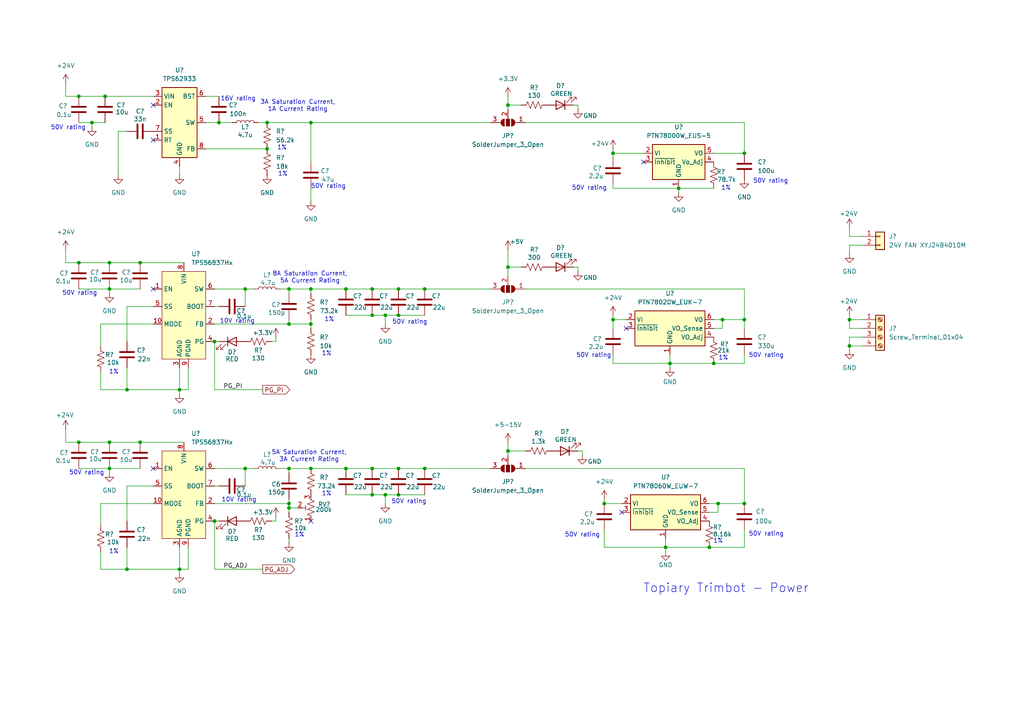
<source format=kicad_sch>
(kicad_sch (version 20250114) (generator "eeschema") (generator_version "9.0")
  (paper "A4")
  (lib_symbols
    (symbol "Connector:Screw_Terminal_01x04" (pin_names (offset 1.016) (hide yes))
      (property "Reference" "J" (at 0 5.08 0))
      (property "Value" "Screw_Terminal_01x04" (at 0 -7.62 0))
      (symbol "Screw_Terminal_01x04_1_1"
        (rectangle (start -1.27 3.81) (end 1.27 -6.35) (stroke (width 0.254)) (fill (type background)))
        (polyline (pts (xy -0.5334 2.8702) (xy 0.3302 2.032)) (stroke (width 0.1524)))
        (polyline (pts (xy -0.5334 0.3302) (xy 0.3302 -0.508)) (stroke (width 0.1524)))
        (polyline (pts (xy -0.5334 -2.2098) (xy 0.3302 -3.048)) (stroke (width 0.1524)))
        (polyline (pts (xy -0.5334 -4.7498) (xy 0.3302 -5.588)) (stroke (width 0.1524)))
        (polyline (pts (xy -0.3556 3.048) (xy 0.508 2.2098)) (stroke (width 0.1524)))
        (polyline (pts (xy -0.3556 0.508) (xy 0.508 -0.3302)) (stroke (width 0.1524)))
        (polyline (pts (xy -0.3556 -2.032) (xy 0.508 -2.8702)) (stroke (width 0.1524)))
        (polyline (pts (xy -0.3556 -4.572) (xy 0.508 -5.4102)) (stroke (width 0.1524)))
        (circle (center 0 2.54) (radius 0.635) (stroke (width 0.1524)))
        (circle (center 0 0) (radius 0.635) (stroke (width 0.1524)))
        (circle (center 0 -2.54) (radius 0.635) (stroke (width 0.1524)))
        (circle (center 0 -5.08) (radius 0.635) (stroke (width 0.1524)))
        (pin passive line (at -5.08 2.54 0) (length 3.81) (name "Pin_1") (number "1"))
        (pin passive line (at -5.08 0 0) (length 3.81) (name "Pin_2") (number "2"))
        (pin passive line (at -5.08 -2.54 0) (length 3.81) (name "Pin_3") (number "3"))
        (pin passive line (at -5.08 -5.08 0) (length 3.81) (name "Pin_4") (number "4"))
      )
    )
    (symbol "Connector_Generic:Conn_01x02" (pin_names (offset 1.016) (hide yes))
      (property "Reference" "J" (at 0 2.54 0))
      (property "Value" "Conn_01x02" (at 0 -5.08 0))
      (symbol "Conn_01x02_1_1"
        (rectangle (start -1.27 1.27) (end 1.27 -3.81) (stroke (width 0.254)) (fill (type background)))
        (rectangle (start -1.27 0.127) (end 0 -0.127) (stroke (width 0.1524)))
        (rectangle (start -1.27 -2.413) (end 0 -2.667) (stroke (width 0.1524)))
        (pin passive line (at -5.08 0 0) (length 3.81) (name "Pin_1") (number "1"))
        (pin passive line (at -5.08 -2.54 0) (length 3.81) (name "Pin_2") (number "2"))
      )
    )
    (symbol "Converter_DCDC:PTN78000W_EUS-5"
      (property "Reference" "U" (at -6.35 6.35 0))
      (property "Value" "PTN78000W_EUS-5" (at 3.81 6.35 0))
      (symbol "PTN78000W_EUS-5_0_1"
        (rectangle (start -7.62 5.08) (end 7.62 -5.08) (stroke (width 0.254)) (fill (type background)))
      )
      (symbol "PTN78000W_EUS-5_1_1"
        (pin power_in line (at -10.16 2.54 0) (length 2.54) (name "VI") (number "2"))
        (pin input line (at -10.16 0 0) (length 2.54) (name "~{Inhibit}") (number "3"))
        (pin power_in line (at 0 -7.62 90) (length 2.54) (name "GND") (number "1"))
        (pin power_out line (at 10.16 2.54 180) (length 2.54) (name "VO") (number "5"))
        (pin output line (at 10.16 0 180) (length 2.54) (name "Vo_Adj") (number "4"))
      )
    )
    (symbol "Converter_DCDC:PTN78020W_EUK-7"
      (property "Reference" "U" (at -6.35 6.35 0))
      (property "Value" "PTN78020W_EUK-7" (at 3.81 6.35 0))
      (symbol "PTN78020W_EUK-7_0_1"
        (rectangle (start -10.16 5.08) (end 10.16 -5.08) (stroke (width 0.254)) (fill (type background)))
      )
      (symbol "PTN78020W_EUK-7_1_1"
        (pin power_in line (at -12.7 2.54 0) (length 2.54) (name "VI") (number "2"))
        (pin input line (at -12.7 0 0) (length 2.54) (name "~{Inhibit}") (number "3"))
        (pin power_in line (at 0 -7.62 90) (length 2.54) (name "GND") (number "1"))
        (pin passive line (at 0 -7.62 90) (length 2.54) (hide yes) (name "GND") (number "7"))
        (pin power_out line (at 12.7 2.54 180) (length 2.54) (name "VO") (number "6"))
        (pin power_out line (at 12.7 0 180) (length 2.54) (name "VO_Sense") (number "5"))
        (pin input line (at 12.7 -2.54 180) (length 2.54) (name "VO_Adj") (number "4"))
      )
    )
    (symbol "Converter_DCDC:PTN78060W_EUW-7"
      (property "Reference" "U" (at -6.35 6.35 0))
      (property "Value" "PTN78060W_EUW-7" (at 3.81 6.35 0))
      (symbol "PTN78060W_EUW-7_0_1"
        (rectangle (start -10.16 5.08) (end 10.16 -5.08) (stroke (width 0.254)) (fill (type background)))
      )
      (symbol "PTN78060W_EUW-7_1_1"
        (pin power_in line (at -12.7 2.54 0) (length 2.54) (name "VI") (number "2"))
        (pin input line (at -12.7 0 0) (length 2.54) (name "~{Inhibit}") (number "3"))
        (pin power_in line (at 0 -7.62 90) (length 2.54) (name "GND") (number "1"))
        (pin passive line (at 0 -7.62 90) (length 2.54) (hide yes) (name "GND") (number "7"))
        (pin power_out line (at 12.7 2.54 180) (length 2.54) (name "VO") (number "6"))
        (pin power_out line (at 12.7 0 180) (length 2.54) (name "VO_Sense") (number "5"))
        (pin input line (at 12.7 -2.54 180) (length 2.54) (name "VO_Adj") (number "4"))
      )
    )
    (symbol "CustomSymbols:+5-15V" (power) (in_bom no) (on_board no)
      (property "Value" "+5-15V" (at -0.254 3.556 0))
      (symbol "+5-15V_0_1"
        (polyline (pts (xy -0.7597 1.2728) (xy 0.0023 2.5428)))
        (polyline (pts (xy -0.0028 2.5372) (xy 0.7592 1.2672)))
      )
      (symbol "+5-15V_1_1"
        (pin power_in line (at 0 0 90) (length 2.54) (name "~") (number ""))
      )
    )
    (symbol "CustomSymbols:TPS56837Hx"
      (property "Reference" "U" (at 0 -14.732 0))
      (property "Value" "TPS56837Hx" (at 0 -14.986 0))
      (symbol "TPS56837Hx_1_1"
        (rectangle (start -6.35 25.4) (end 6.35 0) (fill (type background)))
        (pin input line (at -8.89 20.32 0) (length 2.54) (name "EN") (number "1"))
        (pin output line (at -8.89 15.24 0) (length 2.54) (name "SS") (number "5"))
        (pin input line (at -8.89 10.16 0) (length 2.54) (name "MODE") (number "10"))
        (pin power_in line (at -1.27 -2.54 90) (length 2.54) (name "AGND") (number "3"))
        (pin power_in line (at 0 27.94 270) (length 2.54) (name "VIN") (number "8"))
        (pin power_in line (at 1.27 -2.54 90) (length 2.54) (name "PGND") (number "9"))
        (pin output line (at 8.89 20.32 180) (length 2.54) (name "SW") (number "6"))
        (pin input line (at 8.89 15.24 180) (length 2.54) (name "BOOT") (number "7"))
        (pin input line (at 8.89 10.16 180) (length 2.54) (name "FB") (number "2"))
        (pin output line (at 8.89 5.08 180) (length 2.54) (name "PG") (number "4"))
      )
    )
    (symbol "Device:C" (pin_numbers (hide yes)) (pin_names (offset 0.254))
      (property "Reference" "C" (at 0.635 2.54 0))
      (property "Value" "C" (at 0.635 -2.54 0))
      (symbol "C_0_1"
        (polyline (pts (xy -2.032 0.762) (xy 2.032 0.762)) (stroke (width 0.508)))
        (polyline (pts (xy -2.032 -0.762) (xy 2.032 -0.762)) (stroke (width 0.508)))
      )
      (symbol "C_1_1"
        (pin passive line (at 0 3.81 270) (length 2.794) (name "~") (number "1"))
        (pin passive line (at 0 -3.81 90) (length 2.794) (name "~") (number "2"))
      )
    )
    (symbol "Device:L" (pin_numbers (hide yes)) (pin_names (offset 1.016) (hide yes))
      (property "Reference" "L" (at -1.27 0 90))
      (property "Value" "L" (at 1.905 0 90))
      (symbol "L_0_1"
        (arc (start 0 2.54) (mid 0.6323 1.905) (end 0 1.27))
        (arc (start 0 1.27) (mid 0.6323 0.635) (end 0 0))
        (arc (start 0 0) (mid 0.6323 -0.635) (end 0 -1.27))
        (arc (start 0 -1.27) (mid 0.6323 -1.905) (end 0 -2.54))
      )
      (symbol "L_1_1"
        (pin passive line (at 0 3.81 270) (length 1.27) (name "1") (number "1"))
        (pin passive line (at 0 -3.81 90) (length 1.27) (name "2") (number "2"))
      )
    )
    (symbol "Device:LED" (pin_numbers (hide yes)) (pin_names (offset 1.016) (hide yes))
      (property "Reference" "D" (at 0 2.54 0))
      (property "Value" "LED" (at 0 -2.54 0))
      (symbol "LED_0_1"
        (polyline (pts (xy -3.048 -0.762) (xy -4.572 -2.286) (xy -3.81 -2.286) (xy -4.572 -2.286) (xy -4.572 -1.524)))
        (polyline (pts (xy -1.778 -0.762) (xy -3.302 -2.286) (xy -2.54 -2.286) (xy -3.302 -2.286) (xy -3.302 -1.524)))
        (polyline (pts (xy -1.27 0) (xy 1.27 0)))
        (polyline (pts (xy -1.27 -1.27) (xy -1.27 1.27)) (stroke (width 0.254)))
        (polyline (pts (xy 1.27 -1.27) (xy 1.27 1.27) (xy -1.27 0) (xy 1.27 -1.27)) (stroke (width 0.254)))
      )
      (symbol "LED_1_1"
        (pin passive line (at -3.81 0 0) (length 2.54) (name "K") (number "1"))
        (pin passive line (at 3.81 0 180) (length 2.54) (name "A") (number "2"))
      )
    )
    (symbol "Device:R_Potentiometer_Trim_US" (pin_names (offset 1.016) (hide yes))
      (property "Reference" "RV" (at -4.445 0 90))
      (property "Value" "R_Potentiometer_Trim_US" (at -2.54 0 90))
      (symbol "R_Potentiometer_Trim_US_0_1"
        (polyline (pts (xy 0 2.286) (xy 0 2.54)))
        (polyline (pts (xy 0 2.286) (xy 1.016 1.905) (xy 0 1.524) (xy -1.016 1.143) (xy 0 0.762)))
        (polyline (pts (xy 0 0.762) (xy 1.016 0.381) (xy 0 0) (xy -1.016 -0.381) (xy 0 -0.762)))
        (polyline (pts (xy 0 -0.762) (xy 1.016 -1.143) (xy 0 -1.524) (xy -1.016 -1.905) (xy 0 -2.286)))
        (polyline (pts (xy 0 -2.286) (xy 0 -2.54)))
        (polyline (pts (xy 1.524 0.762) (xy 1.524 -0.762)))
        (polyline (pts (xy 2.54 0) (xy 1.524 0)))
      )
      (symbol "R_Potentiometer_Trim_US_1_1"
        (pin passive line (at 0 3.81 270) (length 1.27) (name "1") (number "1"))
        (pin passive line (at 0 -3.81 90) (length 1.27) (name "3") (number "3"))
        (pin passive line (at 3.81 0 180) (length 1.27) (name "2") (number "2"))
      )
    )
    (symbol "Device:R_US" (pin_numbers (hide yes)) (pin_names (offset 0))
      (property "Reference" "R" (at 2.54 0 90))
      (property "Value" "R_US" (at -2.54 0 90))
      (symbol "R_US_0_1"
        (polyline (pts (xy 0 2.286) (xy 0 2.54)))
        (polyline (pts (xy 0 2.286) (xy 1.016 1.905) (xy 0 1.524) (xy -1.016 1.143) (xy 0 0.762)))
        (polyline (pts (xy 0 0.762) (xy 1.016 0.381) (xy 0 0) (xy -1.016 -0.381) (xy 0 -0.762)))
        (polyline (pts (xy 0 -0.762) (xy 1.016 -1.143) (xy 0 -1.524) (xy -1.016 -1.905) (xy 0 -2.286)))
        (polyline (pts (xy 0 -2.286) (xy 0 -2.54)))
      )
      (symbol "R_US_1_1"
        (pin passive line (at 0 3.81 270) (length 1.27) (name "~") (number "1"))
        (pin passive line (at 0 -3.81 90) (length 1.27) (name "~") (number "2"))
      )
    )
    (symbol "Jumper:SolderJumper_3_Open" (pin_names (offset 0) (hide yes)) (in_bom no)
      (property "Reference" "JP" (at -2.54 -2.54 0))
      (property "Value" "SolderJumper_3_Open" (at 0 2.794 0))
      (symbol "SolderJumper_3_Open_0_1"
        (polyline (pts (xy -2.54 0) (xy -2.032 0)))
        (polyline (pts (xy -1.016 1.016) (xy -1.016 -1.016)))
        (arc (start -1.016 -1.016) (mid -2.0276 0) (end -1.016 1.016))
        (arc (start -1.016 -1.016) (mid -2.0276 0) (end -1.016 1.016) (fill (type outline)))
        (rectangle (start -0.508 1.016) (end 0.508 -1.016) (fill (type outline)))
        (polyline (pts (xy 0 -1.27) (xy 0 -1.016)))
        (arc (start 1.016 1.016) (mid 2.0276 0) (end 1.016 -1.016))
        (arc (start 1.016 1.016) (mid 2.0276 0) (end 1.016 -1.016) (fill (type outline)))
        (polyline (pts (xy 1.016 1.016) (xy 1.016 -1.016)))
        (polyline (pts (xy 2.54 0) (xy 2.032 0)))
      )
      (symbol "SolderJumper_3_Open_1_1"
        (pin passive line (at -5.08 0 0) (length 2.54) (name "A") (number "1"))
        (pin passive line (at 0 -3.81 90) (length 2.54) (name "C") (number "2"))
        (pin passive line (at 5.08 0 180) (length 2.54) (name "B") (number "3"))
      )
    )
    (symbol "Regulator_Switching:TPS62933"
      (property "Reference" "U" (at 0 13.97 0))
      (property "Value" "TPS62933" (at 0 11.43 0))
      (symbol "TPS62933_0_1"
        (rectangle (start -5.08 10.16) (end 5.08 -10.16) (stroke (width 0.254)) (fill (type background)))
      )
      (symbol "TPS62933_1_1"
        (pin power_in line (at -7.62 7.62 0) (length 2.54) (name "VIN") (number "3"))
        (pin input line (at -7.62 5.08 0) (length 2.54) (name "EN") (number "2"))
        (pin passive line (at -7.62 -2.54 0) (length 2.54) (name "SS") (number "7"))
        (pin passive line (at -7.62 -5.08 0) (length 2.54) (name "RT") (number "1"))
        (pin power_in line (at 0 -12.7 90) (length 2.54) (name "GND") (number "4"))
        (pin passive line (at 7.62 7.62 180) (length 2.54) (name "BST") (number "6"))
        (pin output line (at 7.62 0 180) (length 2.54) (name "SW") (number "5"))
        (pin input line (at 7.62 -7.62 180) (length 2.54) (name "FB") (number "8"))
      )
    )
    (symbol "power:+24V" (power) (pin_numbers (hide yes)) (pin_names (offset 0) (hide yes))
      (property "Value" "+24V" (at 0 3.556 0))
      (symbol "+24V_0_1"
        (polyline (pts (xy -0.762 1.27) (xy 0 2.54)))
        (polyline (pts (xy 0 2.54) (xy 0.762 1.27)))
        (polyline (pts (xy 0 0) (xy 0 2.54)))
      )
      (symbol "+24V_1_1"
        (pin power_in line (at 0 0 90) (length 0) (name "~") (number "1"))
      )
    )
    (symbol "power:+3.3V" (power) (pin_numbers (hide yes)) (pin_names (offset 0) (hide yes))
      (property "Value" "+3.3V" (at 0 3.556 0))
      (symbol "+3.3V_0_1"
        (polyline (pts (xy -0.762 1.27) (xy 0 2.54)))
        (polyline (pts (xy 0 2.54) (xy 0.762 1.27)))
        (polyline (pts (xy 0 0) (xy 0 2.54)))
      )
      (symbol "+3.3V_1_1"
        (pin power_in line (at 0 0 90) (length 0) (name "~") (number "1"))
      )
    )
    (symbol "power:+5V" (power) (pin_numbers (hide yes)) (pin_names (offset 0) (hide yes))
      (property "Value" "+5V" (at 0 3.556 0))
      (symbol "+5V_0_1"
        (polyline (pts (xy -0.762 1.27) (xy 0 2.54)))
        (polyline (pts (xy 0 2.54) (xy 0.762 1.27)))
        (polyline (pts (xy 0 0) (xy 0 2.54)))
      )
      (symbol "+5V_1_1"
        (pin power_in line (at 0 0 90) (length 0) (name "~") (number "1"))
      )
    )
    (symbol "power:GND" (power) (pin_numbers (hide yes)) (pin_names (offset 0) (hide yes))
      (property "Value" "GND" (at 0 -3.81 0))
      (symbol "GND_0_1"
        (polyline (pts (xy 0 0) (xy 0 -1.27) (xy 1.27 -1.27) (xy 0 -2.54) (xy -1.27 -1.27) (xy 0 -1.27)))
      )
      (symbol "GND_1_1"
        (pin power_in line (at 0 0 270) (length 0) (name "~") (number "1"))
      )
    )
  )
  (text "1%" (at 33.02 160.02 0) (effects (font (size 1.27 1.27))))
  (text "3A Saturation Current,\n1A Current Rating" (at 86.36 30.734 0) (effects (font (size 1.27 1.27))))
  (text "50V rating" (at 118.618 145.542 0) (effects (font (size 1.27 1.27))))
  (text "1%" (at 82.042 50.546 0) (effects (font (size 1.27 1.27))))
  (text "50V rating" (at 25.146 137.16 0) (effects (font (size 1.27 1.27))))
  (text "50V rating" (at 222.25 154.94 0) (effects (font (size 1.27 1.27))))
  (text "50V rating" (at 95.25 54.102 0) (effects (font (size 1.27 1.27))))
  (text "10V rating" (at 69.342 145.034 0) (effects (font (size 1.27 1.27))))
  (text "10V rating" (at 68.834 93.218 0) (effects (font (size 1.27 1.27))))
  (text "50V rating" (at 223.52 52.578 0) (effects (font (size 1.27 1.27))))
  (text "16V rating" (at 69.088 28.702 0) (effects (font (size 1.27 1.27))))
  (text "50V rating" (at 23.114 85.09 0) (effects (font (size 1.27 1.27))))
  (text "50V rating" (at 222.25 103.124 0) (effects (font (size 1.27 1.27))))
  (text "1%" (at 210.566 54.61 0) (effects (font (size 1.27 1.27))))
  (text "Topiary Trimbot - Power\n" (at 210.566 170.688 0) (effects (font (size 2.54 2.54))))
  (text "8A Saturation Current,\n5A Current Rating" (at 89.916 80.518 0) (effects (font (size 1.27 1.27))))
  (text "1%" (at 95.504 92.71 0) (effects (font (size 1.27 1.27))))
  (text "50V rating" (at 118.872 93.472 0) (effects (font (size 1.27 1.27))))
  (text "1%" (at 209.804 103.886 0) (effects (font (size 1.27 1.27))))
  (text "5A Saturation Current,\n3A Current Rating" (at 89.662 132.334 0) (effects (font (size 1.27 1.27))))
  (text "1%" (at 208.28 156.972 0) (effects (font (size 1.27 1.27))))
  (text "50V rating" (at 19.812 37.084 0) (effects (font (size 1.27 1.27))))
  (text "1%" (at 94.742 143.256 0) (effects (font (size 1.27 1.27))))
  (text "1%" (at 94.742 102.616 0) (effects (font (size 1.27 1.27))))
  (text "1%" (at 33.02 107.95 0) (effects (font (size 1.27 1.27))))
  (text "50V rating" (at 172.212 103.124 0) (effects (font (size 1.27 1.27))))
  (text "50V rating" (at 170.942 54.61 0) (effects (font (size 1.27 1.27))))
  (text "1%" (at 86.868 155.194 0) (effects (font (size 1.27 1.27))))
  (text "50V rating" (at 168.91 155.194 0) (effects (font (size 1.27 1.27))))
  (text "1%" (at 81.788 42.926 0) (effects (font (size 1.27 1.27))))
  (junction (at 205.74 158.75))
  (junction (at 77.47 43.18))
  (junction (at 62.23 99.06))
  (junction (at 36.83 113.03))
  (junction (at 207.01 105.41))
  (junction (at 215.9 146.05))
  (junction (at 62.23 151.13))
  (junction (at 31.75 128.27))
  (junction (at 123.19 135.89))
  (junction (at 31.75 135.89))
  (junction (at 71.12 83.82))
  (junction (at 175.26 146.05))
  (junction (at 111.76 91.44))
  (junction (at 115.57 135.89))
  (junction (at 115.57 83.82))
  (junction (at 107.95 135.89))
  (junction (at 107.95 83.82))
  (junction (at 177.8 92.71))
  (junction (at 90.17 83.82))
  (junction (at 209.55 92.71))
  (junction (at 246.38 100.33))
  (junction (at 107.95 91.44))
  (junction (at 100.33 83.82))
  (junction (at 193.04 158.75))
  (junction (at 22.86 27.94))
  (junction (at 22.86 128.27))
  (junction (at 71.12 135.89))
  (junction (at 177.8 44.45))
  (junction (at 115.57 143.51))
  (junction (at 26.67 35.56))
  (junction (at 90.17 93.98))
  (junction (at 83.82 135.89))
  (junction (at 147.32 130.81))
  (junction (at 52.07 165.1))
  (junction (at 40.64 128.27))
  (junction (at 40.64 76.2))
  (junction (at 208.28 146.05))
  (junction (at 215.9 92.71))
  (junction (at 31.75 76.2))
  (junction (at 63.5 35.56))
  (junction (at 36.83 165.1))
  (junction (at 83.82 93.98))
  (junction (at 115.57 91.44))
  (junction (at 215.9 44.45))
  (junction (at 147.32 30.48))
  (junction (at 123.19 83.82))
  (junction (at 111.76 143.51))
  (junction (at 196.85 54.61))
  (junction (at 246.38 92.71))
  (junction (at 194.31 105.41))
  (junction (at 90.17 35.56))
  (junction (at 30.48 27.94))
  (junction (at 107.95 143.51))
  (junction (at 83.82 147.32))
  (junction (at 90.17 135.89))
  (junction (at 147.32 77.47))
  (junction (at 31.75 83.82))
  (junction (at 83.82 83.82))
  (junction (at 77.47 35.56))
  (junction (at 83.82 146.05))
  (junction (at 22.86 76.2))
  (junction (at 52.07 113.03))
  (junction (at 100.33 135.89))
  (no_connect (at 181.61 95.25))
  (no_connect (at 90.17 151.13))
  (no_connect (at 44.45 30.48))
  (no_connect (at 186.69 46.99))
  (no_connect (at 44.45 40.64))
  (no_connect (at 44.45 135.89))
  (no_connect (at 180.34 148.59))
  (no_connect (at 44.45 83.82))
  (wire (pts (xy 100.33 83.82) (xy 107.95 83.82)))
  (wire (pts (xy 193.04 160.02) (xy 193.04 158.75)))
  (wire (pts (xy 34.29 38.1) (xy 34.29 50.8)))
  (wire (pts (xy 19.05 76.2) (xy 22.86 76.2)))
  (wire (pts (xy 193.04 158.75) (xy 193.04 156.21)))
  (wire (pts (xy 246.38 100.33) (xy 246.38 101.6)))
  (wire (pts (xy 167.64 130.81) (xy 168.91 130.81)))
  (wire (pts (xy 177.8 91.44) (xy 177.8 92.71)))
  (wire (pts (xy 215.9 92.71) (xy 215.9 95.25)))
  (wire (pts (xy 81.28 135.89) (xy 83.82 135.89)))
  (wire (pts (xy 147.32 77.47) (xy 151.13 77.47)))
  (wire (pts (xy 29.21 146.05) (xy 29.21 152.4)))
  (wire (pts (xy 193.04 158.75) (xy 205.74 158.75)))
  (wire (pts (xy 36.83 106.68) (xy 36.83 113.03)))
  (wire (pts (xy 177.8 102.87) (xy 177.8 105.41)))
  (wire (pts (xy 147.32 128.27) (xy 147.32 130.81)))
  (wire (pts (xy 166.37 77.47) (xy 167.64 77.47)))
  (wire (pts (xy 77.47 35.56) (xy 90.17 35.56)))
  (wire (pts (xy 246.38 71.12) (xy 246.38 73.66)))
  (wire (pts (xy 22.86 27.94) (xy 30.48 27.94)))
  (wire (pts (xy 209.55 92.71) (xy 215.9 92.71)))
  (wire (pts (xy 31.75 128.27) (xy 40.64 128.27)))
  (wire (pts (xy 52.07 165.1) (xy 52.07 166.37)))
  (wire (pts (xy 30.48 27.94) (xy 44.45 27.94)))
  (wire (pts (xy 26.67 35.56) (xy 30.48 35.56)))
  (wire (pts (xy 90.17 58.42) (xy 90.17 54.61)))
  (wire (pts (xy 177.8 44.45) (xy 186.69 44.45)))
  (wire (pts (xy 59.69 43.18) (xy 77.47 43.18)))
  (wire (pts (xy 111.76 143.51) (xy 115.57 143.51)))
  (wire (pts (xy 31.75 83.82) (xy 31.75 85.09)))
  (wire (pts (xy 86.36 147.32) (xy 83.82 147.32)))
  (wire (pts (xy 215.9 135.89) (xy 215.9 146.05)))
  (wire (pts (xy 71.12 135.89) (xy 73.66 135.89)))
  (wire (pts (xy 19.05 24.13) (xy 19.05 27.94)))
  (wire (pts (xy 40.64 76.2) (xy 53.34 76.2)))
  (wire (pts (xy 147.32 72.39) (xy 147.32 77.47)))
  (wire (pts (xy 152.4 135.89) (xy 215.9 135.89)))
  (wire (pts (xy 246.38 71.12) (xy 250.19 71.12)))
  (wire (pts (xy 83.82 147.32) (xy 83.82 146.05)))
  (wire (pts (xy 83.82 83.82) (xy 90.17 83.82)))
  (wire (pts (xy 175.26 153.67) (xy 175.26 158.75)))
  (wire (pts (xy 111.76 93.98) (xy 111.76 91.44)))
  (wire (pts (xy 152.4 83.82) (xy 215.9 83.82)))
  (wire (pts (xy 62.23 83.82) (xy 71.12 83.82)))
  (wire (pts (xy 52.07 106.68) (xy 52.07 113.03)))
  (wire (pts (xy 123.19 83.82) (xy 142.24 83.82)))
  (wire (pts (xy 62.23 99.06) (xy 63.5 99.06)))
  (wire (pts (xy 175.26 146.05) (xy 180.34 146.05)))
  (wire (pts (xy 194.31 106.68) (xy 194.31 105.41)))
  (wire (pts (xy 36.83 151.13) (xy 36.83 140.97)))
  (wire (pts (xy 168.91 130.81) (xy 168.91 132.08)))
  (wire (pts (xy 19.05 72.39) (xy 19.05 76.2)))
  (wire (pts (xy 54.61 158.75) (xy 54.61 165.1)))
  (wire (pts (xy 147.32 30.48) (xy 147.32 31.75)))
  (wire (pts (xy 215.9 105.41) (xy 207.01 105.41)))
  (wire (pts (xy 246.38 68.58) (xy 250.19 68.58)))
  (wire (pts (xy 36.83 165.1) (xy 52.07 165.1)))
  (wire (pts (xy 31.75 135.89) (xy 31.75 137.16)))
  (wire (pts (xy 62.23 146.05) (xy 83.82 146.05)))
  (wire (pts (xy 83.82 92.71) (xy 83.82 93.98)))
  (wire (pts (xy 207.01 44.45) (xy 215.9 44.45)))
  (wire (pts (xy 177.8 105.41) (xy 194.31 105.41)))
  (wire (pts (xy 246.38 97.79) (xy 250.19 97.79)))
  (wire (pts (xy 63.5 35.56) (xy 67.31 35.56)))
  (wire (pts (xy 62.23 165.1) (xy 62.23 151.13)))
  (wire (pts (xy 22.86 76.2) (xy 31.75 76.2)))
  (wire (pts (xy 90.17 95.25) (xy 90.17 93.98)))
  (wire (pts (xy 107.95 91.44) (xy 111.76 91.44)))
  (wire (pts (xy 107.95 83.82) (xy 115.57 83.82)))
  (wire (pts (xy 80.01 149.86) (xy 80.01 151.13)))
  (wire (pts (xy 166.37 30.48) (xy 167.64 30.48)))
  (wire (pts (xy 80.01 97.79) (xy 80.01 99.06)))
  (wire (pts (xy 90.17 83.82) (xy 100.33 83.82)))
  (wire (pts (xy 177.8 92.71) (xy 181.61 92.71)))
  (wire (pts (xy 71.12 83.82) (xy 71.12 88.9)))
  (wire (pts (xy 115.57 135.89) (xy 123.19 135.89)))
  (wire (pts (xy 246.38 92.71) (xy 246.38 95.25)))
  (wire (pts (xy 36.83 140.97) (xy 44.45 140.97)))
  (wire (pts (xy 196.85 54.61) (xy 207.01 54.61)))
  (wire (pts (xy 205.74 148.59) (xy 208.28 148.59)))
  (wire (pts (xy 167.64 30.48) (xy 167.64 31.75)))
  (wire (pts (xy 209.55 95.25) (xy 209.55 92.71)))
  (wire (pts (xy 167.64 77.47) (xy 167.64 78.74)))
  (wire (pts (xy 83.82 148.59) (xy 83.82 147.32)))
  (wire (pts (xy 36.83 38.1) (xy 34.29 38.1)))
  (wire (pts (xy 36.83 88.9) (xy 44.45 88.9)))
  (wire (pts (xy 152.4 35.56) (xy 215.9 35.56)))
  (wire (pts (xy 80.01 99.06) (xy 78.74 99.06)))
  (wire (pts (xy 175.26 158.75) (xy 193.04 158.75)))
  (wire (pts (xy 111.76 91.44) (xy 115.57 91.44)))
  (wire (pts (xy 115.57 83.82) (xy 123.19 83.82)))
  (wire (pts (xy 40.64 128.27) (xy 53.34 128.27)))
  (wire (pts (xy 107.95 143.51) (xy 111.76 143.51)))
  (wire (pts (xy 90.17 135.89) (xy 100.33 135.89)))
  (wire (pts (xy 90.17 92.71) (xy 90.17 93.98)))
  (wire (pts (xy 59.69 35.56) (xy 63.5 35.56)))
  (wire (pts (xy 62.23 113.03) (xy 62.23 99.06)))
  (wire (pts (xy 205.74 146.05) (xy 208.28 146.05)))
  (wire (pts (xy 36.83 158.75) (xy 36.83 165.1)))
  (wire (pts (xy 194.31 105.41) (xy 207.01 105.41)))
  (wire (pts (xy 83.82 93.98) (xy 90.17 93.98)))
  (wire (pts (xy 22.86 83.82) (xy 31.75 83.82)))
  (wire (pts (xy 215.9 35.56) (xy 215.9 44.45)))
  (wire (pts (xy 62.23 113.03) (xy 76.2 113.03)))
  (wire (pts (xy 107.95 135.89) (xy 115.57 135.89)))
  (wire (pts (xy 123.19 135.89) (xy 142.24 135.89)))
  (wire (pts (xy 59.69 27.94) (xy 63.5 27.94)))
  (wire (pts (xy 22.86 128.27) (xy 31.75 128.27)))
  (wire (pts (xy 246.38 95.25) (xy 250.19 95.25)))
  (wire (pts (xy 62.23 93.98) (xy 83.82 93.98)))
  (wire (pts (xy 74.93 35.56) (xy 77.47 35.56)))
  (wire (pts (xy 31.75 135.89) (xy 40.64 135.89)))
  (wire (pts (xy 83.82 135.89) (xy 90.17 135.89)))
  (wire (pts (xy 215.9 102.87) (xy 215.9 105.41)))
  (wire (pts (xy 36.83 113.03) (xy 52.07 113.03)))
  (wire (pts (xy 246.38 92.71) (xy 250.19 92.71)))
  (wire (pts (xy 115.57 91.44) (xy 123.19 91.44)))
  (wire (pts (xy 29.21 93.98) (xy 29.21 100.33)))
  (wire (pts (xy 100.33 91.44) (xy 107.95 91.44)))
  (wire (pts (xy 147.32 27.94) (xy 147.32 30.48)))
  (wire (pts (xy 31.75 76.2) (xy 40.64 76.2)))
  (wire (pts (xy 100.33 135.89) (xy 107.95 135.89)))
  (wire (pts (xy 19.05 124.46) (xy 19.05 128.27)))
  (wire (pts (xy 215.9 153.67) (xy 215.9 158.75)))
  (wire (pts (xy 147.32 130.81) (xy 147.32 132.08)))
  (wire (pts (xy 19.05 27.94) (xy 22.86 27.94)))
  (wire (pts (xy 36.83 99.06) (xy 36.83 88.9)))
  (wire (pts (xy 175.26 144.78) (xy 175.26 146.05)))
  (wire (pts (xy 29.21 165.1) (xy 36.83 165.1)))
  (wire (pts (xy 115.57 143.51) (xy 123.19 143.51)))
  (wire (pts (xy 71.12 83.82) (xy 73.66 83.82)))
  (wire (pts (xy 22.86 35.56) (xy 26.67 35.56)))
  (wire (pts (xy 52.07 113.03) (xy 54.61 113.03)))
  (wire (pts (xy 215.9 158.75) (xy 205.74 158.75)))
  (wire (pts (xy 246.38 100.33) (xy 250.19 100.33)))
  (wire (pts (xy 29.21 113.03) (xy 36.83 113.03)))
  (wire (pts (xy 19.05 128.27) (xy 22.86 128.27)))
  (wire (pts (xy 29.21 160.02) (xy 29.21 165.1)))
  (wire (pts (xy 246.38 97.79) (xy 246.38 100.33)))
  (wire (pts (xy 208.28 148.59) (xy 208.28 146.05)))
  (wire (pts (xy 22.86 135.89) (xy 31.75 135.89)))
  (wire (pts (xy 62.23 88.9) (xy 63.5 88.9)))
  (wire (pts (xy 194.31 105.41) (xy 194.31 102.87)))
  (wire (pts (xy 90.17 35.56) (xy 142.24 35.56)))
  (wire (pts (xy 31.75 83.82) (xy 40.64 83.82)))
  (wire (pts (xy 62.23 140.97) (xy 63.5 140.97)))
  (wire (pts (xy 52.07 158.75) (xy 52.07 165.1)))
  (wire (pts (xy 29.21 146.05) (xy 44.45 146.05)))
  (wire (pts (xy 151.13 30.48) (xy 147.32 30.48)))
  (wire (pts (xy 90.17 35.56) (xy 90.17 46.99)))
  (wire (pts (xy 62.23 165.1) (xy 76.2 165.1)))
  (wire (pts (xy 177.8 44.45) (xy 177.8 43.18)))
  (wire (pts (xy 152.4 130.81) (xy 147.32 130.81)))
  (wire (pts (xy 177.8 45.72) (xy 177.8 44.45)))
  (wire (pts (xy 26.67 35.56) (xy 26.67 36.83)))
  (wire (pts (xy 177.8 95.25) (xy 177.8 92.71)))
  (wire (pts (xy 29.21 107.95) (xy 29.21 113.03)))
  (wire (pts (xy 62.23 135.89) (xy 71.12 135.89)))
  (wire (pts (xy 208.28 146.05) (xy 215.9 146.05)))
  (wire (pts (xy 52.07 165.1) (xy 54.61 165.1)))
  (wire (pts (xy 81.28 83.82) (xy 83.82 83.82)))
  (wire (pts (xy 246.38 91.44) (xy 246.38 92.71)))
  (wire (pts (xy 246.38 68.58) (xy 246.38 66.04)))
  (wire (pts (xy 54.61 106.68) (xy 54.61 113.03)))
  (wire (pts (xy 52.07 113.03) (xy 52.07 114.3)))
  (wire (pts (xy 83.82 135.89) (xy 83.82 137.16)))
  (wire (pts (xy 196.85 55.88) (xy 196.85 54.61)))
  (wire (pts (xy 62.23 151.13) (xy 63.5 151.13)))
  (wire (pts (xy 177.8 54.61) (xy 177.8 53.34)))
  (wire (pts (xy 207.01 92.71) (xy 209.55 92.71)))
  (wire (pts (xy 177.8 54.61) (xy 196.85 54.61)))
  (wire (pts (xy 90.17 85.09) (xy 90.17 83.82)))
  (wire (pts (xy 83.82 157.48) (xy 83.82 156.21)))
  (wire (pts (xy 100.33 143.51) (xy 107.95 143.51)))
  (wire (pts (xy 71.12 135.89) (xy 71.12 140.97)))
  (wire (pts (xy 52.07 48.26) (xy 52.07 50.8)))
  (wire (pts (xy 147.32 77.47) (xy 147.32 80.01)))
  (wire (pts (xy 83.82 144.78) (xy 83.82 146.05)))
  (wire (pts (xy 83.82 83.82) (xy 83.82 85.09)))
  (wire (pts (xy 29.21 93.98) (xy 44.45 93.98)))
  (wire (pts (xy 207.01 95.25) (xy 209.55 95.25)))
  (wire (pts (xy 80.01 151.13) (xy 78.74 151.13)))
  (wire (pts (xy 215.9 83.82) (xy 215.9 92.71)))
  (wire (pts (xy 111.76 146.05) (xy 111.76 143.51)))
  (label "PG_PI" (at 64.77 113.03 0))
  (label "PG_ADJ" (at 64.77 165.1 0))
  (global_label "PG_ADJ" (shape output) (at 76.2 165.1 0) (property "Intersheetrefs" "${INTERSHEET_REFS}" (effects (hide yes))))
  (global_label "PG_PI" (shape output) (at 76.2 113.03 0) (property "Intersheetrefs" "${INTERSHEET_REFS}" (effects (hide yes))))
  (symbol (lib_id "Jumper:SolderJumper_3_Open") (at 147.32 135.89 180) (unit 1) (in_bom no)
    (property "Reference" "JP?" (at 147.32 139.7 0))
    (property "Value" "SolderJumper_3_Open" (at 147.32 142.24 0))
    (property "Description" "Solder Jumper, 3-pole, open" (effects (hide yes)))
  )
  (symbol (lib_id "Device:C") (at 36.83 102.87 0) (unit 1)
    (property "Reference" "C?" (at 39.624 101.6 0) (effects (justify left)))
    (property "Value" "22n" (at 39.878 104.14 0) (effects (justify left)))
    (property "Description" "Unpolarized capacitor" (effects (hide yes)))
  )
  (symbol (lib_id "power:GND") (at 90.17 102.87 0) (unit 1)
    (property "Reference" "#PWR028" (effects (hide yes)))
    (property "Value" "GND" (at 90.17 107.95 0))
    (property "Description" "Power symbol creates a global label with name \"GND\" , ground" (effects (hide yes)))
  )
  (symbol (lib_id "power:GND") (at 168.91 132.08 0) (unit 1)
    (property "Reference" "#PWR033" (effects (hide yes)))
    (property "Value" "GND" (at 172.466 133.858 0))
    (property "Description" "Power symbol creates a global label with name \"GND\" , ground" (effects (hide yes)))
  )
  (symbol (lib_id "Device:LED") (at 67.31 99.06 0) (unit 1)
    (property "Reference" "D?" (at 67.31 102.108 0))
    (property "Value" "RED" (at 67.31 104.14 0))
    (property "Description" "Light emitting diode" (effects (hide yes)))
    (property "Sim.Pins" "1=K 2=A" (effects (hide yes)))
  )
  (symbol (lib_id "power:+24V") (at 177.8 91.44 0) (unit 1)
    (property "Reference" "#PWR016" (effects (hide yes)))
    (property "Value" "+24V" (at 177.8 86.36 0))
    (property "Description" "Power symbol creates a global label with name \"+24V\"" (effects (hide yes)))
  )
  (symbol (lib_id "Device:C") (at 40.64 80.01 180) (unit 1)
    (property "Reference" "C?" (at 36.576 78.994 0))
    (property "Value" "10u" (at 36.576 81.28 0))
    (property "Description" "Unpolarized capacitor" (effects (hide yes)))
  )
  (symbol (lib_id "power:GND") (at 194.31 106.68 0) (unit 1)
    (property "Reference" "#PWR017" (effects (hide yes)))
    (property "Value" "GND" (at 194.31 110.744 0))
    (property "Description" "Power symbol creates a global label with name \"GND\" , ground" (effects (hide yes)))
  )
  (symbol (lib_id "Device:R_US") (at 154.94 77.47 270) (unit 1)
    (property "Reference" "R?" (at 154.94 72.39 90))
    (property "Value" "300" (at 154.94 74.676 90))
    (property "Description" "Resistor, US symbol" (effects (hide yes)))
  )
  (symbol (lib_id "Device:LED") (at 162.56 30.48 180) (unit 1)
    (property "Reference" "D?" (at 162.56 24.892 0))
    (property "Value" "GREEN" (at 162.814 27.178 0))
    (property "Description" "Light emitting diode" (effects (hide yes)))
    (property "Sim.Pins" "1=K 2=A" (effects (hide yes)))
  )
  (symbol (lib_id "Device:C") (at 36.83 154.94 0) (unit 1)
    (property "Reference" "C?" (at 39.624 153.67 0) (effects (justify left)))
    (property "Value" "22n" (at 39.878 156.21 0) (effects (justify left)))
    (property "Description" "Unpolarized capacitor" (effects (hide yes)))
  )
  (symbol (lib_id "Device:R_US") (at 74.93 99.06 270) (unit 1)
    (property "Reference" "R?" (at 74.93 101.6 90))
    (property "Value" "130" (at 74.93 103.886 90))
    (property "Description" "Resistor, US symbol" (effects (hide yes)))
  )
  (symbol (lib_id "Device:C") (at 115.57 139.7 0) (unit 1)
    (property "Reference" "C?" (at 117.602 137.922 0) (effects (justify left)))
    (property "Value" "22u" (at 117.856 141.224 0) (effects (justify left)))
    (property "Description" "Unpolarized capacitor" (effects (hide yes)))
  )
  (symbol (lib_id "power:GND") (at 83.82 157.48 0) (unit 1)
    (property "Reference" "#PWR012" (effects (hide yes)))
    (property "Value" "GND" (at 83.82 162.56 0))
    (property "Description" "Power symbol creates a global label with name \"GND\" , ground" (effects (hide yes)))
  )
  (symbol (lib_id "Device:C") (at 67.31 140.97 270) (unit 1)
    (property "Reference" "C?" (at 68.58 141.986 90) (effects (justify left)))
    (property "Value" "0.1u" (at 68.58 143.51 90) (effects (justify left)))
    (property "Description" "Unpolarized capacitor" (effects (hide yes)))
  )
  (symbol (lib_id "Device:C") (at 30.48 31.75 180) (unit 1)
    (property "Reference" "C?" (at 33.782 30.48 0) (effects (justify right)))
    (property "Value" "10u" (at 33.528 32.512 0) (effects (justify right)))
    (property "Description" "Unpolarized capacitor" (effects (hide yes)))
  )
  (symbol (lib_id "power:GND") (at 90.17 58.42 0) (unit 1)
    (property "Reference" "#PWR06" (effects (hide yes)))
    (property "Value" "GND" (at 90.17 63.5 0))
    (property "Description" "Power symbol creates a global label with name \"GND\" , ground" (effects (hide yes)))
  )
  (symbol (lib_id "Device:C") (at 115.57 87.63 0) (unit 1)
    (property "Reference" "C?" (at 117.602 85.852 0) (effects (justify left)))
    (property "Value" "22u" (at 117.856 89.154 0) (effects (justify left)))
    (property "Description" "Unpolarized capacitor" (effects (hide yes)))
  )
  (symbol (lib_id "power:GND") (at 77.47 50.8 0) (unit 1)
    (property "Reference" "#PWR05" (effects (hide yes)))
    (property "Value" "GND" (at 77.47 55.88 0))
    (property "Description" "Power symbol creates a global label with name \"GND\" , ground" (effects (hide yes)))
  )
  (symbol (lib_id "Device:LED") (at 163.83 130.81 180) (unit 1)
    (property "Reference" "D?" (at 163.83 125.222 0))
    (property "Value" "GREEN" (at 164.084 127.508 0))
    (property "Description" "Light emitting diode" (effects (hide yes)))
    (property "Sim.Pins" "1=K 2=A" (effects (hide yes)))
  )
  (symbol (lib_id "power:GND") (at 167.64 31.75 0) (unit 1)
    (property "Reference" "#PWR031" (effects (hide yes)))
    (property "Value" "GND" (at 171.196 33.528 0))
    (property "Description" "Power symbol creates a global label with name \"GND\" , ground" (effects (hide yes)))
  )
  (symbol (lib_id "power:GND") (at 246.38 101.6 0) (unit 1)
    (property "Reference" "#PWR02" (effects (hide yes)))
    (property "Value" "GND" (at 246.38 106.68 0))
    (property "Description" "Power symbol creates a global label with name \"GND\" , ground" (effects (hide yes)))
  )
  (symbol (lib_id "Device:C") (at 40.64 38.1 90) (unit 1)
    (property "Reference" "C?" (at 40.64 32.258 90))
    (property "Value" "33n" (at 40.64 34.544 90))
    (property "Description" "Unpolarized capacitor" (effects (hide yes)))
  )
  (symbol (lib_id "power:GND") (at 31.75 137.16 0) (unit 1)
    (property "Reference" "#PWR08" (effects (hide yes)))
    (property "Value" "GND" (at 31.75 142.24 0))
    (property "Description" "Power symbol creates a global label with name \"GND\" , ground" (effects (hide yes)))
  )
  (symbol (lib_id "Device:C") (at 177.8 99.06 0) (unit 1)
    (property "Reference" "C?" (at 171.958 98.298 0) (effects (justify left)))
    (property "Value" "2.2u" (at 170.688 100.584 0) (effects (justify left)))
    (property "Description" "Unpolarized capacitor" (effects (hide yes)))
  )
  (symbol (lib_id "power:GND") (at 52.07 114.3 0) (unit 1)
    (property "Reference" "#PWR026" (effects (hide yes)))
    (property "Value" "GND" (at 52.07 119.38 0))
    (property "Description" "Power symbol creates a global label with name \"GND\" , ground" (effects (hide yes)))
  )
  (symbol (lib_id "power:GND") (at 31.75 85.09 0) (unit 1)
    (property "Reference" "#PWR024" (effects (hide yes)))
    (property "Value" "GND" (at 31.75 90.17 0))
    (property "Description" "Power symbol creates a global label with name \"GND\" , ground" (effects (hide yes)))
  )
  (symbol (lib_id "Device:LED") (at 67.31 151.13 0) (unit 1)
    (property "Reference" "D?" (at 67.31 154.178 0))
    (property "Value" "RED" (at 67.31 156.21 0))
    (property "Description" "Light emitting diode" (effects (hide yes)))
    (property "Sim.Pins" "1=K 2=A" (effects (hide yes)))
  )
  (symbol (lib_id "Converter_DCDC:PTN78020W_EUK-7") (at 194.31 95.25 0) (unit 1)
    (property "Reference" "U?" (at 194.31 85.09 0))
    (property "Value" "PTN78020W_EUK-7" (at 194.31 87.63 0))
    (property "Footprint" "Module:Texas_EUK_R-PDSS-T7_THT" (effects (hide yes)))
    (property "Datasheet" "https://www.ti.com/lit/ds/symlink/ptn78020w.pdf" (effects (hide yes)))
    (property "Description" "6A non-isolated switching regulator power module, 7-36V input voltage, 2.5-12.6V output voltage, EUK-7" (effects (hide yes)))
  )
  (symbol (lib_id "Device:C") (at 215.9 48.26 0) (unit 1)
    (property "Reference" "C?" (at 219.71 46.9899 0) (effects (justify left)))
    (property "Value" "100u" (at 219.71 49.5299 0) (effects (justify left)))
    (property "Description" "Unpolarized capacitor" (effects (hide yes)))
  )
  (symbol (lib_id "Device:C") (at 175.26 149.86 0) (unit 1)
    (property "Reference" "C?" (at 169.418 149.098 0) (effects (justify left)))
    (property "Value" "2.2u" (at 168.148 151.384 0) (effects (justify left)))
    (property "Description" "Unpolarized capacitor" (effects (hide yes)))
  )
  (symbol (lib_id "Device:C") (at 100.33 139.7 0) (unit 1)
    (property "Reference" "C?" (at 102.362 137.922 0) (effects (justify left)))
    (property "Value" "22u" (at 102.616 141.224 0) (effects (justify left)))
    (property "Description" "Unpolarized capacitor" (effects (hide yes)))
  )
  (symbol (lib_id "Jumper:SolderJumper_3_Open") (at 147.32 35.56 180) (unit 1) (in_bom no)
    (property "Reference" "JP?" (at 147.32 39.37 0))
    (property "Value" "SolderJumper_3_Open" (at 147.32 41.91 0))
    (property "Description" "Solder Jumper, 3-pole, open" (effects (hide yes)))
  )
  (symbol (lib_id "power:+24V") (at 19.05 72.39 0) (unit 1)
    (property "Reference" "#PWR025" (effects (hide yes)))
    (property "Value" "+24V" (at 19.05 67.31 0))
    (property "Description" "Power symbol creates a global label with name \"+24V\"" (effects (hide yes)))
  )
  (symbol (lib_id "Device:L") (at 71.12 35.56 90) (unit 1)
    (property "Reference" "L?" (at 71.12 36.83 90))
    (property "Value" "4.7u" (at 71.12 39.116 90))
    (property "Description" "Inductor" (effects (hide yes)))
  )
  (symbol (lib_id "power:GND") (at 193.04 160.02 0) (unit 1)
    (property "Reference" "#PWR022" (effects (hide yes)))
    (property "Value" "GND" (at 193.04 163.83 0))
    (property "Description" "Power symbol creates a global label with name \"GND\" , ground" (effects (hide yes)))
  )
  (symbol (lib_id "Device:LED") (at 162.56 77.47 180) (unit 1)
    (property "Reference" "D?" (at 162.56 71.882 0))
    (property "Value" "GREEN" (at 162.814 74.168 0))
    (property "Description" "Light emitting diode" (effects (hide yes)))
    (property "Sim.Pins" "1=K 2=A" (effects (hide yes)))
  )
  (symbol (lib_id "Device:R_US") (at 83.82 152.4 0) (unit 1)
    (property "Reference" "R?" (at 85.344 151.13 0) (effects (justify left)))
    (property "Value" "10k" (at 85.344 153.162 0) (effects (justify left)))
    (property "Description" "Resistor, US symbol" (effects (hide yes)))
  )
  (symbol (lib_id "Device:R_US") (at 29.21 104.14 0) (unit 1)
    (property "Reference" "R?" (at 30.48 102.87 0) (effects (justify left)))
    (property "Value" "10k" (at 30.988 105.156 0) (effects (justify left)))
    (property "Description" "Resistor, US symbol" (effects (hide yes)))
  )
  (symbol (lib_id "power:GND") (at 111.76 93.98 0) (unit 1)
    (property "Reference" "#PWR030" (effects (hide yes)))
    (property "Value" "GND" (at 111.76 99.06 0))
    (property "Description" "Power symbol creates a global label with name \"GND\" , ground" (effects (hide yes)))
  )
  (symbol (lib_id "power:GND") (at 167.64 78.74 0) (unit 1)
    (property "Reference" "#PWR032" (effects (hide yes)))
    (property "Value" "GND" (at 171.196 80.518 0))
    (property "Description" "Power symbol creates a global label with name \"GND\" , ground" (effects (hide yes)))
  )
  (symbol (lib_id "power:GND") (at 111.76 146.05 0) (unit 1)
    (property "Reference" "#PWR013" (effects (hide yes)))
    (property "Value" "GND" (at 111.76 151.13 0))
    (property "Description" "Power symbol creates a global label with name \"GND\" , ground" (effects (hide yes)))
  )
  (symbol (lib_id "Device:C") (at 31.75 132.08 180) (unit 1)
    (property "Reference" "C?" (at 27.432 131.064 0))
    (property "Value" "10u" (at 27.686 133.096 0))
    (property "Description" "Unpolarized capacitor" (effects (hide yes)))
  )
  (symbol (lib_id "Regulator_Switching:TPS62933") (at 52.07 35.56 0) (unit 1)
    (property "Reference" "U?" (at 52.07 20.32 0))
    (property "Value" "TPS62933" (at 52.07 22.86 0))
    (property "Footprint" "Package_TO_SOT_SMD:SOT-583-8" (effects (hide yes)))
    (property "Datasheet" "https://www.ti.com/lit/ds/symlink/tps62933.pdf" (effects (hide yes)))
    (property "Description" "3.8-30V, 3A Synchronous Buck Converters with pulse frequency modulation (PFM), SOT583-8" (effects (hide yes)))
    (property "MANUFACTURER" "Texas Instruments" (effects (hide yes)))
    (property "Manufacturer_Part_Number" "TPS62933" (effects (hide yes)))
  )
  (symbol (lib_id "power:+24V") (at 175.26 144.78 0) (unit 1)
    (property "Reference" "#PWR021" (effects (hide yes)))
    (property "Value" "+24V" (at 175.26 139.7 0))
    (property "Description" "Power symbol creates a global label with name \"+24V\"" (effects (hide yes)))
  )
  (symbol (lib_id "power:+24V") (at 246.38 66.04 0) (unit 1)
    (property "Reference" "#PWR?" (effects (hide yes)))
    (property "Value" "+24V" (at 246.126 61.976 0))
    (property "Description" "Power symbol creates a global label with name \"+24V\"" (effects (hide yes)))
  )
  (symbol (lib_id "Device:R_US") (at 156.21 130.81 270) (unit 1)
    (property "Reference" "R?" (at 156.21 125.73 90))
    (property "Value" "1.3k" (at 156.21 128.016 90))
    (property "Description" "Resistor, US symbol" (effects (hide yes)))
  )
  (symbol (lib_id "CustomSymbols:TPS56837Hx") (at 53.34 104.14 0) (unit 1)
    (property "Reference" "U?" (at 55.4833 73.66 0) (effects (justify left)))
    (property "Value" "TPS56837Hx" (at 55.4833 76.2 0) (effects (justify left)))
    (property "Footprint" "CustomFootprints:RPA0010A-MFG" (effects (hide yes)))
    (property "Datasheet" "https://www.ti.com/lit/ds/symlink/tps56837h.pdf?ts=1728525230098&ref_url=https%253A%252F%252Fwww.ti.com%252Fsitesearch%252Fen-us%252Fdocs%252Funiversalsearch.tsp%253FlangPref%253Den-US%2526searchTerm%253DTPS56837HA%2526nr%253D6" (effects (hide yes)))
    (property "MANUFACTURER" "Texas Instruments" (effects (hide yes)))
    (property "Manufacturer_Part_Number" "TPS56837Hx" (effects (hide yes)))
  )
  (symbol (lib_id "power:GND") (at 215.9 52.07 0) (unit 1)
    (property "Reference" "#PWR023" (effects (hide yes)))
    (property "Value" "GND" (at 215.9 57.15 0))
    (property "Description" "Power symbol creates a global label with name \"GND\" , ground" (effects (hide yes)))
  )
  (symbol (lib_id "Device:C") (at 215.9 99.06 0) (unit 1)
    (property "Reference" "C?" (at 219.71 97.7899 0) (effects (justify left)))
    (property "Value" "330u" (at 219.71 100.3299 0) (effects (justify left)))
    (property "Description" "Unpolarized capacitor" (effects (hide yes)))
  )
  (symbol (lib_id "power:+24V") (at 246.38 91.44 0) (unit 1)
    (property "Reference" "#PWR09" (effects (hide yes)))
    (property "Value" "+24V" (at 246.126 87.376 0))
    (property "Description" "Power symbol creates a global label with name \"+24V\"" (effects (hide yes)))
  )
  (symbol (lib_id "power:+3.3V") (at 80.01 97.79 0) (unit 1)
    (property "Reference" "#PWR027" (effects (hide yes)))
    (property "Value" "+3.3V" (at 76.2 96.52 0))
    (property "Description" "Power symbol creates a global label with name \"+3.3V\"" (effects (hide yes)))
  )
  (symbol (lib_id "Device:R_US") (at 90.17 99.06 0) (unit 1)
    (property "Reference" "R?" (at 92.71 97.7899 0) (effects (justify left)))
    (property "Value" "10k" (at 92.71 100.3299 0) (effects (justify left)))
    (property "Description" "Resistor, US symbol" (effects (hide yes)))
  )
  (symbol (lib_id "Device:C") (at 123.19 87.63 0) (unit 1)
    (property "Reference" "C?" (at 125.222 85.852 0) (effects (justify left)))
    (property "Value" "22u" (at 125.476 89.154 0) (effects (justify left)))
    (property "Description" "Unpolarized capacitor" (effects (hide yes)))
  )
  (symbol (lib_id "power:GND") (at 34.29 50.8 0) (unit 1)
    (property "Reference" "#PWR04" (effects (hide yes)))
    (property "Value" "GND" (at 34.29 55.88 0))
    (property "Description" "Power symbol creates a global label with name \"GND\" , ground" (effects (hide yes)))
  )
  (symbol (lib_id "Device:R_Potentiometer_Trim_US") (at 90.17 147.32 180) (unit 1)
    (property "Reference" "RV?" (at 92.202 146.304 0) (effects (justify right)))
    (property "Value" "200k" (at 91.44 147.828 0) (effects (justify right)))
    (property "Description" "Trim-potentiometer, US symbol" (effects (hide yes)))
  )
  (symbol (lib_id "Device:L") (at 77.47 83.82 90) (unit 1)
    (property "Reference" "L?" (at 77.47 79.756 90))
    (property "Value" "4.7u" (at 77.724 82.042 90))
    (property "Description" "Inductor" (effects (hide yes)))
  )
  (symbol (lib_id "Device:C") (at 31.75 80.01 180) (unit 1)
    (property "Reference" "C?" (at 27.432 78.994 0))
    (property "Value" "10u" (at 27.686 81.026 0))
    (property "Description" "Unpolarized capacitor" (effects (hide yes)))
  )
  (symbol (lib_id "Device:R_US") (at 154.94 30.48 270) (unit 1)
    (property "Reference" "R?" (at 154.94 25.4 90))
    (property "Value" "130" (at 154.94 27.686 90))
    (property "Description" "Resistor, US symbol" (effects (hide yes)))
  )
  (symbol (lib_id "Device:R_US") (at 74.93 151.13 270) (unit 1)
    (property "Reference" "R?" (at 74.93 153.67 90))
    (property "Value" "130" (at 74.93 155.956 90))
    (property "Description" "Resistor, US symbol" (effects (hide yes)))
  )
  (symbol (lib_id "power:+5V") (at 147.32 72.39 0) (unit 1)
    (property "Reference" "#PWR029" (effects (hide yes)))
    (property "Value" "+5V" (at 149.86 70.104 0))
    (property "Description" "Power symbol creates a global label with name \"+5V\"" (effects (hide yes)))
  )
  (symbol (lib_id "Connector_Generic:Conn_01x02") (at 255.27 68.58 0) (unit 1)
    (property "Reference" "J?" (at 257.81 68.5799 0) (effects (justify left)))
    (property "Value" "24V FAN XYJ24B4010M" (at 257.81 71.1199 0) (effects (justify left)))
    (property "Description" "Generic connector, single row, 01x02, script generated (kicad-library-utils/schlib/autogen/connector/)" (effects (hide yes)))
  )
  (symbol (lib_id "Device:C") (at 22.86 132.08 180) (unit 1)
    (property "Reference" "C?" (at 18.542 131.318 0))
    (property "Value" "0.1u" (at 18.288 133.604 0))
    (property "Description" "Unpolarized capacitor" (effects (hide yes)))
  )
  (symbol (lib_id "Device:C") (at 83.82 88.9 0) (unit 1)
    (property "Reference" "C?" (at 78.74 88.392 0) (effects (justify left)))
    (property "Value" "150p" (at 77.724 90.678 0) (effects (justify left)))
    (property "Description" "Unpolarized capacitor" (effects (hide yes)))
  )
  (symbol (lib_id "Device:R_US") (at 207.01 101.6 0) (unit 1)
    (property "Reference" "R?" (at 208.788 99.822 0) (effects (justify left)))
    (property "Value" "21k" (at 208.026 101.6 0) (effects (justify left)))
    (property "Description" "Resistor, US symbol" (effects (hide yes)))
  )
  (symbol (lib_id "Device:C") (at 100.33 87.63 0) (unit 1)
    (property "Reference" "C?" (at 102.362 85.852 0) (effects (justify left)))
    (property "Value" "22u" (at 102.616 89.154 0) (effects (justify left)))
    (property "Description" "Unpolarized capacitor" (effects (hide yes)))
  )
  (symbol (lib_id "Device:C") (at 123.19 139.7 0) (unit 1)
    (property "Reference" "C?" (at 125.222 137.922 0) (effects (justify left)))
    (property "Value" "22u" (at 125.476 141.224 0) (effects (justify left)))
    (property "Description" "Unpolarized capacitor" (effects (hide yes)))
  )
  (symbol (lib_id "Device:R_US") (at 90.17 88.9 0) (unit 1)
    (property "Reference" "R?" (at 92.71 87.6299 0) (effects (justify left)))
    (property "Value" "73.2k" (at 92.71 90.1699 0) (effects (justify left)))
    (property "Description" "Resistor, US symbol" (effects (hide yes)))
  )
  (symbol (lib_id "Device:C") (at 90.17 50.8 0) (unit 1)
    (property "Reference" "C?" (at 92.964 49.53 0) (effects (justify left)))
    (property "Value" "47u" (at 93.218 52.07 0) (effects (justify left)))
    (property "Description" "Unpolarized capacitor" (effects (hide yes)))
  )
  (symbol (lib_id "Device:C") (at 67.31 88.9 270) (unit 1)
    (property "Reference" "C?" (at 68.58 90.17 90) (effects (justify left)))
    (property "Value" "0.1u" (at 68.58 91.694 90) (effects (justify left)))
    (property "Description" "Unpolarized capacitor" (effects (hide yes)))
  )
  (symbol (lib_id "Device:C") (at 83.82 140.97 0) (unit 1)
    (property "Reference" "C6" (at 78.74 140.462 0) (effects (justify left)))
    (property "Value" "150p" (at 77.724 142.748 0) (effects (justify left)))
    (property "Description" "Unpolarized capacitor" (effects (hide yes)))
  )
  (symbol (lib_id "Device:L") (at 77.47 135.89 90) (unit 1)
    (property "Reference" "L?" (at 77.47 131.826 90))
    (property "Value" "4.7u" (at 77.724 134.112 90))
    (property "Description" "Inductor" (effects (hide yes)))
  )
  (symbol (lib_id "Device:C") (at 107.95 87.63 0) (unit 1)
    (property "Reference" "C?" (at 109.982 85.852 0) (effects (justify left)))
    (property "Value" "22u" (at 110.236 89.154 0) (effects (justify left)))
    (property "Description" "Unpolarized capacitor" (effects (hide yes)))
  )
  (symbol (lib_id "power:+24V") (at 19.05 124.46 0) (unit 1)
    (property "Reference" "#PWR07" (effects (hide yes)))
    (property "Value" "+24V" (at 18.796 120.396 0))
    (property "Description" "Power symbol creates a global label with name \"+24V\"" (effects (hide yes)))
  )
  (symbol (lib_id "power:GND") (at 52.07 50.8 0) (unit 1)
    (property "Reference" "#PWR01" (effects (hide yes)))
    (property "Value" "GND" (at 52.07 55.88 0))
    (property "Description" "Power symbol creates a global label with name \"GND\" , ground" (effects (hide yes)))
  )
  (symbol (lib_id "Jumper:SolderJumper_3_Open") (at 147.32 83.82 180) (unit 1) (in_bom no)
    (property "Reference" "JP?" (at 147.32 87.63 0))
    (property "Value" "SolderJumper_3_Open" (at 147.32 90.17 0))
    (property "Description" "Solder Jumper, 3-pole, open" (effects (hide yes)))
  )
  (symbol (lib_id "power:GND") (at 52.07 166.37 0) (unit 1)
    (property "Reference" "#PWR010" (effects (hide yes)))
    (property "Value" "GND" (at 52.07 171.45 0))
    (property "Description" "Power symbol creates a global label with name \"GND\" , ground" (effects (hide yes)))
  )
  (symbol (lib_id "power:GND") (at 246.38 73.66 0) (unit 1)
    (property "Reference" "#PWR?" (effects (hide yes)))
    (property "Value" "GND" (at 246.38 78.74 0))
    (property "Description" "Power symbol creates a global label with name \"GND\" , ground" (effects (hide yes)))
  )
  (symbol (lib_id "power:+24V") (at 19.05 24.13 0) (unit 1)
    (property "Reference" "#PWR014" (effects (hide yes)))
    (property "Value" "+24V" (at 19.05 19.05 0))
    (property "Description" "Power symbol creates a global label with name \"+24V\"" (effects (hide yes)))
  )
  (symbol (lib_id "CustomSymbols:+5-15V") (at 147.32 128.27 0) (unit 1) (in_bom no) (on_board no)
    (property "Reference" "#PWR015" (effects (hide yes)))
    (property "Value" "+5-15V" (at 147.3197 123.19 0))
  )
  (symbol (lib_id "Device:R_US") (at 77.47 46.99 0) (unit 1)
    (property "Reference" "R?" (at 80.01 45.7199 0) (effects (justify left)))
    (property "Value" "18k" (at 80.01 48.2599 0) (effects (justify left)))
    (property "Description" "Resistor, US symbol" (effects (hide yes)))
  )
  (symbol (lib_id "Converter_DCDC:PTN78000W_EUS-5") (at 196.85 46.99 0) (unit 1)
    (property "Reference" "U?" (at 196.85 36.83 0))
    (property "Value" "PTN78000W_EUS-5" (at 196.85 39.37 0))
    (property "Footprint" "Module:Texas_EUS_R-PDSS-T5_THT" (effects (hide yes)))
    (property "Datasheet" "https://www.ti.com/lit/ds/symlink/ptn78000w.pdf" (effects (hide yes)))
    (property "Description" "1.5A non-isolated switching regulator power module, 7-36V input voltage, 2.5-12.6V output voltage, EUS-5" (effects (hide yes)))
  )
  (symbol (lib_id "power:GND") (at 26.67 36.83 0) (unit 1)
    (property "Reference" "#PWR03" (effects (hide yes)))
    (property "Value" "GND" (at 26.67 41.91 0))
    (property "Description" "Power symbol creates a global label with name \"GND\" , ground" (effects (hide yes)))
  )
  (symbol (lib_id "Device:C") (at 63.5 31.75 0) (unit 1)
    (property "Reference" "C?" (at 66.294 30.48 0) (effects (justify left)))
    (property "Value" "100n" (at 66.548 33.02 0) (effects (justify left)))
    (property "Description" "Unpolarized capacitor" (effects (hide yes)))
  )
  (symbol (lib_id "power:+3.3V") (at 147.32 27.94 0) (unit 1)
    (property "Reference" "#PWR018" (effects (hide yes)))
    (property "Value" "+3.3V" (at 147.32 22.86 0))
    (property "Description" "Power symbol creates a global label with name \"+3.3V\"" (effects (hide yes)))
  )
  (symbol (lib_id "Converter_DCDC:PTN78060W_EUW-7") (at 193.04 148.59 0) (unit 1)
    (property "Reference" "U?" (at 193.04 138.43 0))
    (property "Value" "PTN78060W_EUW-7" (at 193.04 140.97 0))
    (property "Footprint" "Module:Texas_EUW_R-PDSS-T7_THT" (effects (hide yes)))
    (property "Datasheet" "https://www.ti.com/lit/ds/symlink/ptn78060w.pdf" (effects (hide yes)))
    (property "Description" "3A non-isolated switching regulator power module, 7-36V input voltage, 2.5-12.6V output voltage, EUW-7" (effects (hide yes)))
  )
  (symbol (lib_id "Device:R_US") (at 205.74 154.94 0) (unit 1)
    (property "Reference" "R?" (at 206.756 152.908 0) (effects (justify left)))
    (property "Value" "8.16k" (at 206.756 154.94 0) (effects (justify left)))
    (property "Description" "Resistor, US symbol" (effects (hide yes)))
  )
  (symbol (lib_id "Device:C") (at 40.64 132.08 180) (unit 1)
    (property "Reference" "C?" (at 36.576 131.064 0))
    (property "Value" "10u" (at 36.576 133.35 0))
    (property "Description" "Unpolarized capacitor" (effects (hide yes)))
  )
  (symbol (lib_id "Connector:Screw_Terminal_01x04") (at 255.27 95.25 0) (unit 1)
    (property "Reference" "J?" (at 257.81 95.2499 0) (effects (justify left)))
    (property "Value" "Screw_Terminal_01x04" (at 257.81 97.7899 0) (effects (justify left)))
    (property "Description" "Generic screw terminal, single row, 01x04, script generated (kicad-library-utils/schlib/autogen/connector/)" (effects (hide yes)))
  )
  (symbol (lib_id "Device:C") (at 22.86 80.01 180) (unit 1)
    (property "Reference" "C?" (at 18.542 79.248 0))
    (property "Value" "0.1u" (at 18.288 81.534 0))
    (property "Description" "Unpolarized capacitor" (effects (hide yes)))
  )
  (symbol (lib_id "Device:C") (at 22.86 31.75 180) (unit 1)
    (property "Reference" "C?" (at 18.288 30.734 0))
    (property "Value" "0.1u" (at 18.542 33.274 0))
    (property "Description" "Unpolarized capacitor" (effects (hide yes)))
  )
  (symbol (lib_id "power:+3.3V") (at 80.01 149.86 0) (unit 1)
    (property "Reference" "#PWR011" (effects (hide yes)))
    (property "Value" "+3.3V" (at 76.2 148.59 0))
    (property "Description" "Power symbol creates a global label with name \"+3.3V\"" (effects (hide yes)))
  )
  (symbol (lib_id "Device:R_US") (at 90.17 139.7 0) (unit 1)
    (property "Reference" "R?" (at 92.71 138.4299 0) (effects (justify left)))
    (property "Value" "73.2k" (at 91.948 140.97 0) (effects (justify left)))
    (property "Description" "Resistor, US symbol" (effects (hide yes)))
  )
  (symbol (lib_id "Device:C") (at 107.95 139.7 0) (unit 1)
    (property "Reference" "C?" (at 109.982 137.922 0) (effects (justify left)))
    (property "Value" "22u" (at 110.236 141.224 0) (effects (justify left)))
    (property "Description" "Unpolarized capacitor" (effects (hide yes)))
  )
  (symbol (lib_id "CustomSymbols:TPS56837Hx") (at 53.34 156.21 0) (unit 1)
    (property "Reference" "U?" (at 55.4833 125.73 0) (effects (justify left)))
    (property "Value" "TPS56837Hx" (at 55.4833 128.27 0) (effects (justify left)))
    (property "Footprint" "CustomFootprints:RPA0010A-MFG" (effects (hide yes)))
    (property "Datasheet" "https://www.ti.com/lit/ds/symlink/tps56837h.pdf?ts=1728525230098&ref_url=https%253A%252F%252Fwww.ti.com%252Fsitesearch%252Fen-us%252Fdocs%252Funiversalsearch.tsp%253FlangPref%253Den-US%2526searchTerm%253DTPS56837HA%2526nr%253D6" (effects (hide yes)))
    (property "MANUFACTURER" "Texas Instruments" (effects (hide yes)))
    (property "Manufacturer_Part_Number" "TPS56837Hx" (effects (hide yes)))
  )
  (symbol (lib_id "power:+24V") (at 177.8 43.18 0) (unit 1)
    (property "Reference" "#PWR020" (effects (hide yes)))
    (property "Value" "+24V" (at 173.99 41.656 0))
    (property "Description" "Power symbol creates a global label with name \"+24V\"" (effects (hide yes)))
  )
  (symbol (lib_id "power:GND") (at 196.85 55.88 0) (unit 1)
    (property "Reference" "#PWR019" (effects (hide yes)))
    (property "Value" "GND" (at 196.85 60.96 0))
    (property "Description" "Power symbol creates a global label with name \"GND\" , ground" (effects (hide yes)))
  )
  (symbol (lib_id "Device:R_US") (at 207.01 50.8 0) (unit 1)
    (property "Reference" "R?" (at 207.772 49.784 0) (effects (justify left)))
    (property "Value" "78.7k" (at 208.026 52.07 0) (effects (justify left)))
    (property "Description" "Resistor, US symbol" (effects (hide yes)))
  )
  (symbol (lib_id "Device:R_US") (at 29.21 156.21 0) (unit 1)
    (property "Reference" "R?" (at 30.48 154.94 0) (effects (justify left)))
    (property "Value" "10k" (at 30.988 157.226 0) (effects (justify left)))
    (property "Description" "Resistor, US symbol" (effects (hide yes)))
  )
  (symbol (lib_id "Device:C") (at 177.8 49.53 0) (unit 1)
    (property "Reference" "C?" (at 171.958 48.768 0) (effects (justify left)))
    (property "Value" "2.2u" (at 170.688 51.054 0) (effects (justify left)))
    (property "Description" "Unpolarized capacitor" (effects (hide yes)))
  )
  (symbol (lib_id "Device:C") (at 215.9 149.86 0) (unit 1)
    (property "Reference" "C?" (at 219.202 148.336 0) (effects (justify left)))
    (property "Value" "100u" (at 218.948 151.13 0) (effects (justify left)))
    (property "Description" "Unpolarized capacitor" (effects (hide yes)))
  )
  (symbol (lib_id "Device:R_US") (at 77.47 39.37 0) (unit 1)
    (property "Reference" "R?" (at 80.01 38.0999 0) (effects (justify left)))
    (property "Value" "56.2k" (at 80.01 40.6399 0) (effects (justify left)))
    (property "Description" "Resistor, US symbol" (effects (hide yes)))
  )
)
</source>
